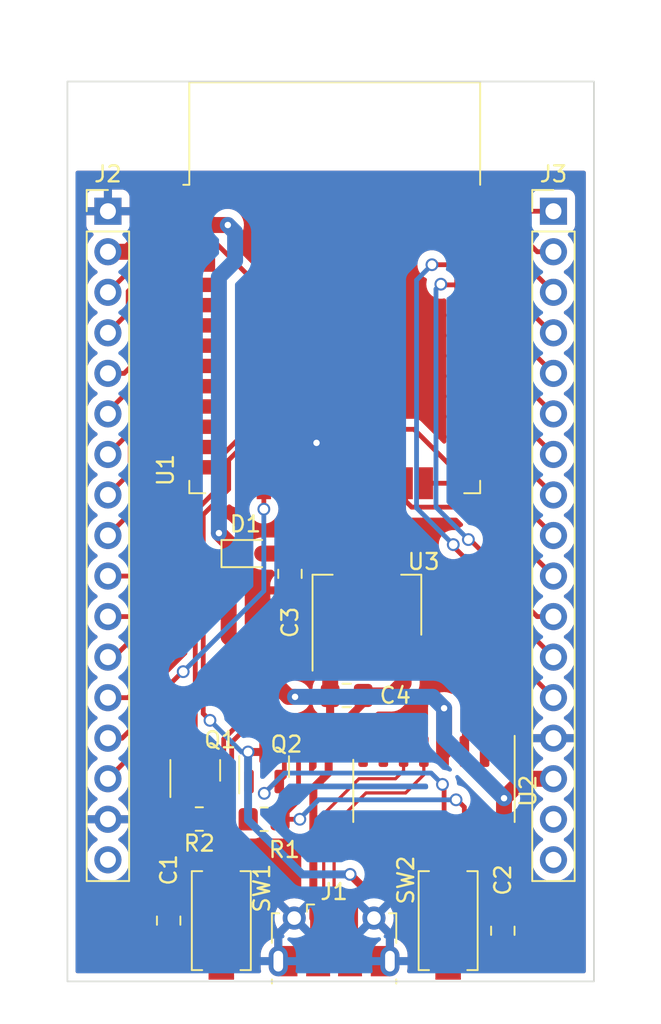
<source format=kicad_pcb>
(kicad_pcb (version 20211014) (generator pcbnew)
  (layers (0 "F.Cu" signal) (31 "B.Cu" signal) (34 "B.Paste" user) (35 "F.Paste" user) (36 "B.SilkS" user "B.Silkscreen") (37 "F.SilkS" user "F.Silkscreen") (38 "B.Mask" user) (39 "F.Mask" user) (44 "Edge.Cuts" user))
  (net 0 "")
  (net 1 "GND")
  (net 2 "/En")
  (net 3 "Net-(C3-Pad1)")
  (net 4 "+5V")
  (net 5 "+3V3")
  (net 6 "Net-(Q1-Pad1)")
  (net 7 "Net-(Q1-Pad2)")
  (net 8 "Net-(Q2-Pad1)")
  (net 9 "/IO0")
  (net 10 "Net-(Q2-Pad2)")
  (net 12 "/RXD")
  (net 13 "/TXD")
  (net 27 "/D-")
  (net 28 "/D+")
  (net 30 "/Vp")
  (net 31 "/Vn")
  (net 32 "/VP")
  (net 33 "/VN")
  (net 34 "/D34")
  (net 35 "/D35")
  (net 36 "/D32")
  (net 37 "/D33")
  (net 38 "/D25")
  (net 39 "/D26")
  (net 40 "/D27")
  (net 41 "/D14")
  (net 42 "/D12")
  (net 43 "/D13")
  (net 44 "/VIN")
  (net 45 "/D23")
  (net 46 "/D22")
  (net 47 "/D21")
  (net 48 "/D19")
  (net 49 "/D18")
  (net 50 "/D5")
  (net 51 "/TX2")
  (net 52 "/RX2")
  (net 53 "/D4")
  (net 54 "/D2")
  (net 55 "/D15")
  (footprint "Capacitor_SMD:C_0805_2012Metric_Pad1.18x1.45mm_HandSolder" (layer "F.Cu") (at 242.556 124.3216 -90)
    (fp_text reference "C3" (at 3.048 0 90) (layer "F.SilkS"))
    (fp_text value "4.7uF")
    (fp_line (start -0.261252 0.735) (end 0.261252 0.735) (layer "F.SilkS") (width 0.12))
    (fp_line (start -0.261252 -0.735) (end 0.261252 -0.735) (layer "F.SilkS") (width 0.12))
    (pad "1" smd roundrect locked (at -1.0375 0 270) (size 1.175 1.45) (layers "F.Cu" "F.Paste" "F.Mask") (roundrect_rratio 0.212766) (net 3 "Net-(C3-Pad1)"))
    (pad "2" smd roundrect locked (at 1.0375 0 270) (size 1.175 1.45) (layers "F.Cu" "F.Paste" "F.Mask") (roundrect_rratio 0.212766) (net 1 "GND"))
  )
  (footprint "Diode_SMD:D_SOD-323" (layer "F.Cu") (at 239.762 123.0516)
    (fp_text reference "D1" (at 0 -1.85) (layer "F.SilkS"))
    (fp_text value "D_Zener_Small")
    (fp_line (start -1.5 0.85) (end 1.05 0.85) (layer "F.SilkS") (width 0.12))
    (fp_line (start -1.5 -0.85) (end 1.05 -0.85) (layer "F.SilkS") (width 0.12))
    (fp_line (start -1.5 -0.85) (end -1.5 0.85) (layer "F.SilkS") (width 0.12))
    (pad "1" smd rect locked (at -1.05 0) (size 0.6 0.45) (layers "F.Cu" "F.Paste" "F.Mask") (net 5 "+3V3"))
    (pad "2" smd rect locked (at 1.05 0) (size 0.6 0.45) (layers "F.Cu" "F.Paste" "F.Mask") (net 3 "Net-(C3-Pad1)"))
  )
  (footprint "Button_Switch_SMD:SW_SPST_EVQPE1" (layer "F.Cu") (at 238.252 146.05 90)
    (fp_text reference "SW1" (at 2.032 2.54 90) (layer "F.SilkS"))
    (fp_text value "SW_SPST")
    (fp_line (start -3.1 1.2) (end -3.1 1.85) (layer "F.SilkS") (width 0.12))
    (fp_line (start -3.1 1.85) (end 3.1 1.85) (layer "F.SilkS") (width 0.12))
    (fp_line (start 3.1 -1.85) (end -3.1 -1.85) (layer "F.SilkS") (width 0.12))
    (fp_line (start 3.1 -1.85) (end 3.1 -1.2) (layer "F.SilkS") (width 0.12))
    (fp_line (start -3.1 -1.85) (end -3.1 -1.2) (layer "F.SilkS") (width 0.12))
    (fp_line (start 3.1 1.85) (end 3.1 1.2) (layer "F.SilkS") (width 0.12))
    (pad "1" smd rect locked (at -2.7 0 90) (size 2 1.6) (layers "F.Cu" "F.Paste" "F.Mask") (net 1 "GND"))
    (pad "2" smd rect locked (at 2.7 0 90) (size 2 1.6) (layers "F.Cu" "F.Paste" "F.Mask") (net 2 "/En"))
  )
  (footprint "Package_TO_SOT_SMD:SOT-23" (layer "F.Cu") (at 240.935 136.398 90)
    (fp_text reference "Q2" (at 1.397 1.397 180) (layer "F.SilkS"))
    (fp_text value "MMBT3904")
    (fp_line (start 0 1.56) (end -0.65 1.56) (layer "F.SilkS") (width 0.12))
    (fp_line (start 0 -1.56) (end 0.65 -1.56) (layer "F.SilkS") (width 0.12))
    (fp_line (start 0 1.56) (end 0.65 1.56) (layer "F.SilkS") (width 0.12))
    (fp_line (start 0 -1.56) (end -1.675 -1.56) (layer "F.SilkS") (width 0.12))
    (pad "1" smd roundrect locked (at -0.9375 -0.95 90) (size 1.475 0.6) (layers "F.Cu" "F.Paste" "F.Mask") (net 8 "Net-(Q2-Pad1)"))
    (pad "2" smd roundrect locked (at -0.9375 0.95 90) (size 1.475 0.6) (layers "F.Cu" "F.Paste" "F.Mask") (net 10 "Net-(Q2-Pad2)"))
    (pad "3" smd roundrect locked (at 0.9375 0 90) (size 1.475 0.6) (layers "F.Cu" "F.Paste" "F.Mask") (net 9 "/IO0"))
  )
  (footprint "Button_Switch_SMD:SW_SPST_EVQPE1" (layer "F.Cu") (at 252.476 146.05 90)
    (fp_text reference "SW2" (at 2.54 -2.65 270) (layer "F.SilkS"))
    (fp_text value "SW_SPST")
    (fp_line (start -3.1 -1.85) (end -3.1 -1.2) (layer "F.SilkS") (width 0.12))
    (fp_line (start -3.1 1.2) (end -3.1 1.85) (layer "F.SilkS") (width 0.12))
    (fp_line (start 3.1 -1.85) (end -3.1 -1.85) (layer "F.SilkS") (width 0.12))
    (fp_line (start 3.1 1.85) (end 3.1 1.2) (layer "F.SilkS") (width 0.12))
    (fp_line (start -3.1 1.85) (end 3.1 1.85) (layer "F.SilkS") (width 0.12))
    (fp_line (start 3.1 -1.85) (end 3.1 -1.2) (layer "F.SilkS") (width 0.12))
    (pad "1" smd rect locked (at -2.7 0 90) (size 2 1.6) (layers "F.Cu" "F.Paste" "F.Mask") (net 1 "GND"))
    (pad "2" smd rect locked (at 2.7 0 90) (size 2 1.6) (layers "F.Cu" "F.Paste" "F.Mask") (net 9 "/IO0"))
  )
  (footprint "Resistor_SMD:R_0805_2012Metric_Pad1.20x1.40mm_HandSolder" (layer "F.Cu") (at 240.935 139.7)
    (fp_text reference "R1" (at 1.27 1.905 180) (layer "F.SilkS"))
    (fp_text value "10k")
    (fp_line (start -0.227064 -0.735) (end 0.227064 -0.735) (layer "F.SilkS") (width 0.12))
    (fp_line (start -0.227064 0.735) (end 0.227064 0.735) (layer "F.SilkS") (width 0.12))
    (pad "1" smd roundrect locked (at -1 0) (size 1.2 1.4) (layers "F.Cu" "F.Paste" "F.Mask") (roundrect_rratio 0.208333) (net 8 "Net-(Q2-Pad1)"))
    (pad "2" smd roundrect locked (at 1 0) (size 1.2 1.4) (layers "F.Cu" "F.Paste" "F.Mask") (roundrect_rratio 0.208333) (net 7 "Net-(Q1-Pad2)"))
  )
  (footprint "Capacitor_SMD:C_0805_2012Metric_Pad1.18x1.45mm_HandSolder" (layer "F.Cu") (at 246.112 131.9416 180)
    (fp_text reference "C4" (at -3.048 0) (layer "F.SilkS"))
    (fp_text value "4.7uF")
    (fp_line (start -0.261252 0.735) (end 0.261252 0.735) (layer "F.SilkS") (width 0.12))
    (fp_line (start -0.261252 -0.735) (end 0.261252 -0.735) (layer "F.SilkS") (width 0.12))
    (pad "1" smd roundrect locked (at -1.0375 0 180) (size 1.175 1.45) (layers "F.Cu" "F.Paste" "F.Mask") (roundrect_rratio 0.212766) (net 4 "+5V"))
    (pad "2" smd roundrect locked (at 1.0375 0 180) (size 1.175 1.45) (layers "F.Cu" "F.Paste" "F.Mask") (roundrect_rratio 0.212766) (net 1 "GND"))
  )
  (footprint "Capacitor_SMD:C_0805_2012Metric_Pad1.18x1.45mm_HandSolder" (layer "F.Cu") (at 255.905 146.685 -90)
    (fp_text reference "C2" (at -3.175 0 90) (layer "F.SilkS"))
    (fp_text value "C_Small")
    (fp_line (start -0.261252 0.735) (end 0.261252 0.735) (layer "F.SilkS") (width 0.12))
    (fp_line (start -0.261252 -0.735) (end 0.261252 -0.735) (layer "F.SilkS") (width 0.12))
    (pad "1" smd roundrect locked (at -1.0375 0 270) (size 1.175 1.45) (layers "F.Cu" "F.Paste" "F.Mask") (roundrect_rratio 0.212766) (net 9 "/IO0"))
    (pad "2" smd roundrect locked (at 1.0375 0 270) (size 1.175 1.45) (layers "F.Cu" "F.Paste" "F.Mask") (roundrect_rratio 0.212766) (net 1 "GND"))
  )
  (footprint "RF_Module:ESP32-WROOM-32" (layer "F.Cu") (at 245.364 109.39)
    (fp_text reference "U1" (at -10.61 8.43 90) (layer "F.SilkS"))
    (fp_text value "ESP32-WROOM-32")
    (fp_line (start 9.12 9.88) (end 8.12 9.88) (layer "F.SilkS") (width 0.12))
    (fp_line (start 9.12 9.1) (end 9.12 9.88) (layer "F.SilkS") (width 0.12))
    (fp_line (start -9.12 9.88) (end -8.12 9.88) (layer "F.SilkS") (width 0.12))
    (fp_line (start 9.12 -15.865) (end 9.12 -9.445) (layer "F.SilkS") (width 0.12))
    (fp_line (start -9.12 -9.445) (end -9.5 -9.445) (layer "F.SilkS") (width 0.12))
    (fp_line (start -9.12 -15.865) (end 9.12 -15.865) (layer "F.SilkS") (width 0.12))
    (fp_line (start -9.12 9.1) (end -9.12 9.88) (layer "F.SilkS") (width 0.12))
    (fp_line (start -9.12 -15.865) (end -9.12 -9.445) (layer "F.SilkS") (width 0.12))
    (pad "1" smd rect locked (at -8.5 -8.255) (size 2 0.9) (layers "F.Cu" "F.Paste" "F.Mask") (net 1 "GND"))
    (pad "2" smd rect locked (at -8.5 -6.985) (size 2 0.9) (layers "F.Cu" "F.Paste" "F.Mask") (net 5 "+3V3"))
    (pad "3" smd rect locked (at -8.5 -5.715) (size 2 0.9) (layers "F.Cu" "F.Paste" "F.Mask") (net 2 "/En"))
    (pad "4" smd rect locked (at -8.5 -4.445) (size 2 0.9) (layers "F.Cu" "F.Paste" "F.Mask") (net 30 "/Vp"))
    (pad "5" smd rect locked (at -8.5 -3.175) (size 2 0.9) (layers "F.Cu" "F.Paste" "F.Mask") (net 31 "/Vn"))
    (pad "6" smd rect locked (at -8.5 -1.905) (size 2 0.9) (layers "F.Cu" "F.Paste" "F.Mask") (net 34 "/D34"))
    (pad "7" smd rect locked (at -8.5 -0.635) (size 2 0.9) (layers "F.Cu" "F.Paste" "F.Mask") (net 35 "/D35"))
    (pad "8" smd rect locked (at -8.5 0.635) (size 2 0.9) (layers "F.Cu" "F.Paste" "F.Mask") (net 36 "/D32"))
    (pad "9" smd rect locked (at -8.5 1.905) (size 2 0.9) (layers "F.Cu" "F.Paste" "F.Mask") (net 37 "/D33"))
    (pad "10" smd rect locked (at -8.5 3.175) (size 2 0.9) (layers "F.Cu" "F.Paste" "F.Mask") (net 38 "/D25"))
    (pad "11" smd rect locked (at -8.5 4.445) (size 2 0.9) (layers "F.Cu" "F.Paste" "F.Mask") (net 39 "/D26"))
    (pad "12" smd rect locked (at -8.5 5.715) (size 2 0.9) (layers "F.Cu" "F.Paste" "F.Mask") (net 40 "/D27"))
    (pad "13" smd rect locked (at -8.5 6.985) (size 2 0.9) (layers "F.Cu" "F.Paste" "F.Mask") (net 41 "/D14"))
    (pad "14" smd rect locked (at -8.5 8.255) (size 2 0.9) (layers "F.Cu" "F.Paste" "F.Mask") (net 42 "/D12"))
    (pad "15" smd rect locked (at -5.715 9.255 90) (size 2 0.9) (layers "F.Cu" "F.Paste" "F.Mask") (net 1 "GND"))
    (pad "16" smd rect locked (at -4.445 9.255 90) (size 2 0.9) (layers "F.Cu" "F.Paste" "F.Mask") (net 43 "/D13"))
    (pad "17" smd rect locked (at -3.175 9.255 90) (size 2 0.9) (layers "F.Cu" "F.Paste" "F.Mask"))
    (pad "18" smd rect locked (at -1.905 9.255 90) (size 2 0.9) (layers "F.Cu" "F.Paste" "F.Mask"))
    (pad "19" smd rect locked (at -0.635 9.255 90) (size 2 0.9) (layers "F.Cu" "F.Paste" "F.Mask"))
    (pad "20" smd rect locked (at 0.635 9.255 90) (size 2 0.9) (layers "F.Cu" "F.Paste" "F.Mask"))
    (pad "21" smd rect locked (at 1.905 9.255 90) (size 2 0.9) (layers "F.Cu" "F.Paste" "F.Mask"))
    (pad "22" smd rect locked (at 3.175 9.255 90) (size 2 0.9) (layers "F.Cu" "F.Paste" "F.Mask"))
    (pad "23" smd rect locked (at 4.445 9.255 90) (size 2 0.9) (layers "F.Cu" "F.Paste" "F.Mask") (net 55 "/D15"))
    (pad "24" smd rect locked (at 5.715 9.255 90) (size 2 0.9) (layers "F.Cu" "F.Paste" "F.Mask") (net 54 "/D2"))
    (pad "25" smd rect locked (at 8.5 8.255) (size 2 0.9) (layers "F.Cu" "F.Paste" "F.Mask") (net 9 "/IO0"))
    (pad "26" smd rect locked (at 8.5 6.985) (size 2 0.9) (layers "F.Cu" "F.Paste" "F.Mask") (net 53 "/D4"))
    (pad "27" smd rect locked (at 8.5 5.715) (size 2 0.9) (layers "F.Cu" "F.Paste" "F.Mask") (net 52 "/RX2"))
    (pad "28" smd rect locked (at 8.5 4.445) (size 2 0.9) (layers "F.Cu" "F.Paste" "F.Mask") (net 51 "/TX2"))
    (pad "29" smd rect locked (at 8.5 3.175) (size 2 0.9) (layers "F.Cu" "F.Paste" "F.Mask") (net 50 "/D5"))
    (pad "30" smd rect locked (at 8.5 1.905) (size 2 0.9) (layers "F.Cu" "F.Paste" "F.Mask") (net 49 "/D18"))
    (pad "31" smd rect locked (at 8.5 0.635) (size 2 0.9) (layers "F.Cu" "F.Paste" "F.Mask") (net 48 "/D19"))
    (pad "32" smd rect locked (at 8.5 -0.635) (size 2 0.9) (layers "F.Cu" "F.Paste" "F.Mask"))
    (pad "33" smd rect locked (at 8.5 -1.905) (size 2 0.9) (layers "F.Cu" "F.Paste" "F.Mask") (net 47 "/D21"))
    (pad "34" smd rect locked (at 8.5 -3.175) (size 2 0.9) (layers "F.Cu" "F.Paste" "F.Mask") (net 12 "/RXD"))
    (pad "35" smd rect locked (at 8.5 -4.445) (size 2 0.9) (layers "F.Cu" "F.Paste" "F.Mask") (net 13 "/TXD"))
    (pad "36" smd rect locked (at 8.5 -5.715) (size 2 0.9) (layers "F.Cu" "F.Paste" "F.Mask") (net 46 "/D22"))
    (pad "37" smd rect locked (at 8.5 -6.985) (size 2 0.9) (layers "F.Cu" "F.Paste" "F.Mask") (net 45 "/D23"))
    (pad "38" smd rect locked (at 8.5 -8.255) (size 2 0.9) (layers "F.Cu" "F.Paste" "F.Mask") (net 1 "GND"))
    (pad "39" smd rect locked (at -1 -0.755) (size 5 5) (layers "F.Cu" "F.Paste" "F.Mask") (net 1 "GND"))
  )
  (footprint "Connector_USB:USB_Micro-B_Molex-105017-0001" (layer "F.Cu") (at 245.324 147.3525)
    (fp_text reference "J1" (at 0 -3.1125) (layer "F.SilkS"))
    (fp_text value "USB_B_Micro")
    (fp_line (start 3.9 -1.7625) (end 3.45 -1.7625) (layer "F.SilkS") (width 0.12))
    (fp_line (start -3.9 0.0875) (end -3.9 -1.7625) (layer "F.SilkS") (width 0.12))
    (fp_line (start -1.7 -2.3125) (end -1.7 -1.8625) (layer "F.SilkS") (width 0.12))
    (fp_line (start 3.9 0.0875) (end 3.9 -1.7625) (layer "F.SilkS") (width 0.12))
    (fp_line (start 3.9 2.6375) (end 3.9 2.3875) (layer "F.SilkS") (width 0.12))
    (fp_line (start -3.9 2.6375) (end -3.9 2.3875) (layer "F.SilkS") (width 0.12))
    (fp_line (start -3.9 -1.7625) (end -3.45 -1.7625) (layer "F.SilkS") (width 0.12))
    (fp_line (start -1.7 -2.3125) (end -1.25 -2.3125) (layer "F.SilkS") (width 0.12))
    (pad "1" smd rect locked (at -1.3 -1.4625) (size 0.4 1.35) (layers "F.Cu" "F.Paste" "F.Mask") (net 4 "+5V"))
    (pad "2" smd rect locked (at -0.65 -1.4625) (size 0.4 1.35) (layers "F.Cu" "F.Paste" "F.Mask") (net 27 "/D-"))
    (pad "3" smd rect locked (at 0 -1.4625) (size 0.4 1.35) (layers "F.Cu" "F.Paste" "F.Mask") (net 28 "/D+"))
    (pad "4" smd rect locked (at 0.65 -1.4625) (size 0.4 1.35) (layers "F.Cu" "F.Paste" "F.Mask"))
    (pad "5" smd rect locked (at 1.3 -1.4625) (size 0.4 1.35) (layers "F.Cu" "F.Paste" "F.Mask") (net 1 "GND"))
    (pad "6" thru_hole circle locked (at 2.5 -1.4625) (size 1.45 1.45) (drill 0.85) (layers *.Cu *.Mask) (net 1 "GND"))
    (pad "6" smd rect locked (at -1 1.2375) (size 1.5 1.9) (layers "F.Cu" "F.Paste" "F.Mask") (net 1 "GND"))
    (pad "6" thru_hole circle locked (at -2.5 -1.4625) (size 1.45 1.45) (drill 0.85) (layers *.Cu *.Mask) (net 1 "GND"))
    (pad "6" thru_hole oval locked (at -3.5 1.2375 180) (size 1.2 1.9) (drill oval 0.6 1.3) (layers *.Cu *.Mask) (net 1 "GND"))
    (pad "6" smd rect locked (at 2.9 1.2375) (size 1.2 1.9) (layers "F.Cu" "F.Mask") (net 1 "GND"))
    (pad "6" thru_hole oval locked (at 3.5 1.2375) (size 1.2 1.9) (drill oval 0.6 1.3) (layers *.Cu *.Mask) (net 1 "GND"))
    (pad "6" smd rect locked (at -2.9 1.2375) (size 1.2 1.9) (layers "F.Cu" "F.Mask") (net 1 "GND"))
    (pad "6" smd rect locked (at 1 1.2375) (size 1.5 1.9) (layers "F.Cu" "F.Paste" "F.Mask") (net 1 "GND"))
  )
  (footprint "Package_SO:SOIC-16_3.9x9.9mm_P1.27mm" (layer "F.Cu") (at 251.587 137.922 -90)
    (fp_text reference "U2" (at 0 -5.9 90) (layer "F.SilkS"))
    (fp_text value "CH340G")
    (fp_line (start 0 -5.06) (end -3.45 -5.06) (layer "F.SilkS") (width 0.12))
    (fp_line (start 0 5.06) (end -1.95 5.06) (layer "F.SilkS") (width 0.12))
    (fp_line (start 0 5.06) (end 1.95 5.06) (layer "F.SilkS") (width 0.12))
    (fp_line (start 0 -5.06) (end 1.95 -5.06) (layer "F.SilkS") (width 0.12))
    (pad "1" smd roundrect locked (at -2.475 -4.445 270) (size 1.95 0.6) (layers "F.Cu" "F.Paste" "F.Mask") (net 1 "GND"))
    (pad "2" smd roundrect locked (at -2.475 -3.175 270) (size 1.95 0.6) (layers "F.Cu" "F.Paste" "F.Mask") (net 12 "/RXD"))
    (pad "3" smd roundrect locked (at -2.475 -1.905 270) (size 1.95 0.6) (layers "F.Cu" "F.Paste" "F.Mask") (net 13 "/TXD"))
    (pad "4" smd roundrect locked (at -2.475 -0.635 270) (size 1.95 0.6) (layers "F.Cu" "F.Paste" "F.Mask") (net 5 "+3V3"))
    (pad "5" smd roundrect locked (at -2.475 0.635 270) (size 1.95 0.6) (layers "F.Cu" "F.Paste" "F.Mask") (net 28 "/D+"))
    (pad "6" smd roundrect locked (at -2.475 1.905 270) (size 1.95 0.6) (layers "F.Cu" "F.Paste" "F.Mask") (net 27 "/D-"))
    (pad "7" smd roundrect locked (at -2.475 3.175 270) (size 1.95 0.6) (layers "F.Cu" "F.Paste" "F.Mask"))
    (pad "8" smd roundrect locked (at -2.475 4.445 270) (size 1.95 0.6) (layers "F.Cu" "F.Paste" "F.Mask"))
    (pad "9" smd roundrect locked (at 2.475 4.445 270) (size 1.95 0.6) (layers "F.Cu" "F.Paste" "F.Mask"))
    (pad "10" smd roundrect locked (at 2.475 3.175 270) (size 1.95 0.6) (layers "F.Cu" "F.Paste" "F.Mask"))
    (pad "11" smd roundrect locked (at 2.475 1.905 270) (size 1.95 0.6) (layers "F.Cu" "F.Paste" "F.Mask"))
    (pad "12" smd roundrect locked (at 2.475 0.635 270) (size 1.95 0.6) (layers "F.Cu" "F.Paste" "F.Mask"))
    (pad "13" smd roundrect locked (at 2.475 -0.635 270) (size 1.95 0.6) (layers "F.Cu" "F.Paste" "F.Mask") (net 10 "Net-(Q2-Pad2)"))
    (pad "14" smd roundrect locked (at 2.475 -1.905 270) (size 1.95 0.6) (layers "F.Cu" "F.Paste" "F.Mask") (net 7 "Net-(Q1-Pad2)"))
    (pad "15" smd roundrect locked (at 2.475 -3.175 270) (size 1.95 0.6) (layers "F.Cu" "F.Paste" "F.Mask"))
    (pad "16" smd roundrect locked (at 2.475 -4.445 270) (size 1.95 0.6) (layers "F.Cu" "F.Paste" "F.Mask") (net 5 "+3V3"))
  )
  (footprint "Capacitor_SMD:C_0805_2012Metric_Pad1.18x1.45mm_HandSolder" (layer "F.Cu") (at 234.95 146.05 -90)
    (fp_text reference "C1" (at -3.175 0 90) (layer "F.SilkS"))
    (fp_text value "C_Small")
    (fp_line (start -0.261252 -0.735) (end 0.261252 -0.735) (layer "F.SilkS") (width 0.12))
    (fp_line (start -0.261252 0.735) (end 0.261252 0.735) (layer "F.SilkS") (width 0.12))
    (pad "1" smd roundrect locked (at -1.0375 0 270) (size 1.175 1.45) (layers "F.Cu" "F.Paste" "F.Mask") (roundrect_rratio 0.212766) (net 2 "/En"))
    (pad "2" smd roundrect locked (at 1.0375 0 270) (size 1.175 1.45) (layers "F.Cu" "F.Paste" "F.Mask") (roundrect_rratio 0.212766) (net 1 "GND"))
  )
  (footprint "Resistor_SMD:R_0805_2012Metric_Pad1.20x1.40mm_HandSolder" (layer "F.Cu") (at 236.871 139.684)
    (fp_text reference "R2" (at 0 1.524) (layer "F.SilkS"))
    (fp_text value "10k")
    (fp_line (start -0.227064 -0.735) (end 0.227064 -0.735) (layer "F.SilkS") (width 0.12))
    (fp_line (start -0.227064 0.735) (end 0.227064 0.735) (layer "F.SilkS") (width 0.12))
    (pad "1" smd roundrect locked (at -1 0) (size 1.2 1.4) (layers "F.Cu" "F.Paste" "F.Mask") (roundrect_rratio 0.208333) (net 6 "Net-(Q1-Pad1)"))
    (pad "2" smd roundrect locked (at 1 0) (size 1.2 1.4) (layers "F.Cu" "F.Paste" "F.Mask") (roundrect_rratio 0.208333) (net 10 "Net-(Q2-Pad2)"))
  )
  (footprint "Package_TO_SOT_SMD:SOT-23" (layer "F.Cu") (at 236.617 136.636 90)
    (fp_text reference "Q1" (at 1.905 1.56) (layer "F.SilkS"))
    (fp_text value "MMBT3904")
    (fp_line (start 0 1.56) (end 0.65 1.56) (layer "F.SilkS") (width 0.12))
    (fp_line (start 0 1.56) (end -0.65 1.56) (layer "F.SilkS") (width 0.12))
    (fp_line (start 0 -1.56) (end 0.65 -1.56) (layer "F.SilkS") (width 0.12))
    (fp_line (start 0 -1.56) (end -1.675 -1.56) (layer "F.SilkS") (width 0.12))
    (pad "1" smd roundrect locked (at -0.9375 -0.95 90) (size 1.475 0.6) (layers "F.Cu" "F.Paste" "F.Mask") (net 6 "Net-(Q1-Pad1)"))
    (pad "2" smd roundrect locked (at -0.9375 0.95 90) (size 1.475 0.6) (layers "F.Cu" "F.Paste" "F.Mask") (net 7 "Net-(Q1-Pad2)"))
    (pad "3" smd roundrect locked (at 0.9375 0 90) (size 1.475 0.6) (layers "F.Cu" "F.Paste" "F.Mask") (net 2 "/En"))
  )
  (footprint "Connector_PinHeader_2.54mm:PinHeader_1x17_P2.54mm_Vertical" (layer "F.Cu") (at 259.08 101.6)
    (fp_text reference "J3" (at 0 -2.33) (layer "F.SilkS"))
    (fp_text value "Conn_01x17_Male")
    (fp_line (start -1.33 -1.33) (end 0 -1.33) (layer "F.SilkS") (width 0.12))
    (fp_line (start 1.33 1.27) (end 1.33 41.97) (layer "F.SilkS") (width 0.12))
    (fp_line (start -1.33 0) (end -1.33 -1.33) (layer "F.SilkS") (width 0.12))
    (fp_line (start -1.33 41.97) (end 1.33 41.97) (layer "F.SilkS") (width 0.12))
    (fp_line (start -1.33 1.27) (end -1.33 41.97) (layer "F.SilkS") (width 0.12))
    (fp_line (start -1.33 1.27) (end 1.33 1.27) (layer "F.SilkS") (width 0.12))
    (pad "1" thru_hole rect locked (at 0 0) (size 1.7 1.7) (drill 1) (layers *.Cu *.Mask) (net 45 "/D23"))
    (pad "2" thru_hole oval locked (at 0 2.54) (size 1.7 1.7) (drill 1) (layers *.Cu *.Mask) (net 46 "/D22"))
    (pad "3" thru_hole oval locked (at 0 5.08) (size 1.7 1.7) (drill 1) (layers *.Cu *.Mask) (net 13 "/TXD"))
    (pad "4" thru_hole oval locked (at 0 7.62) (size 1.7 1.7) (drill 1) (layers *.Cu *.Mask) (net 12 "/RXD"))
    (pad "5" thru_hole oval locked (at 0 10.16) (size 1.7 1.7) (drill 1) (layers *.Cu *.Mask) (net 47 "/D21"))
    (pad "6" thru_hole oval locked (at 0 12.7) (size 1.7 1.7) (drill 1) (layers *.Cu *.Mask) (net 48 "/D19"))
    (pad "7" thru_hole oval locked (at 0 15.24) (size 1.7 1.7) (drill 1) (layers *.Cu *.Mask) (net 49 "/D18"))
    (pad "8" thru_hole oval locked (at 0 17.78) (size 1.7 1.7) (drill 1) (layers *.Cu *.Mask) (net 50 "/D5"))
    (pad "9" thru_hole oval locked (at 0 20.32) (size 1.7 1.7) (drill 1) (layers *.Cu *.Mask) (net 51 "/TX2"))
    (pad "10" thru_hole oval locked (at 0 22.86) (size 1.7 1.7) (drill 1) (layers *.Cu *.Mask) (net 52 "/RX2"))
    (pad "11" thru_hole oval locked (at 0 25.4) (size 1.7 1.7) (drill 1) (layers *.Cu *.Mask) (net 53 "/D4"))
    (pad "12" thru_hole oval locked (at 0 27.94) (size 1.7 1.7) (drill 1) (layers *.Cu *.Mask) (net 54 "/D2"))
    (pad "13" thru_hole oval locked (at 0 30.48) (size 1.7 1.7) (drill 1) (layers *.Cu *.Mask) (net 55 "/D15"))
    (pad "14" thru_hole oval locked (at 0 33.02) (size 1.7 1.7) (drill 1) (layers *.Cu *.Mask) (net 1 "GND"))
    (pad "15" thru_hole oval locked (at 0 35.56) (size 1.7 1.7) (drill 1) (layers *.Cu *.Mask) (net 5 "+3V3"))
    (pad "16" thru_hole oval locked (at 0 38.1) (size 1.7 1.7) (drill 1) (layers *.Cu *.Mask) (net 34 "/D34"))
    (pad "17" thru_hole oval locked (at 0 40.64) (size 1.7 1.7) (drill 1) (layers *.Cu *.Mask) (net 34 "/D34"))
  )
  (footprint "Package_TO_SOT_SMD:SOT-223-3_TabPin2" (layer "F.Cu") (at 247.382 126.2856 90)
    (fp_text reference "U3" (at 2.726 3.556) (layer "F.SilkS"))
    (fp_text value "AMS1117")
    (fp_line (start -1.85 3.41) (end 1.91 3.41) (layer "F.SilkS") (width 0.12))
    (fp_line (start 1.91 -3.41) (end 1.91 -2.15) (layer "F.SilkS") (width 0.12))
    (fp_line (start -4.1 -3.41) (end 1.91 -3.41) (layer "F.SilkS") (width 0.12))
    (fp_line (start 1.91 3.41) (end 1.91 2.15) (layer "F.SilkS") (width 0.12))
    (pad "1" smd rect locked (at -3.15 -2.3 90) (size 2 1.5) (layers "F.Cu" "F.Paste" "F.Mask") (net 1 "GND"))
    (pad "2" smd rect locked (at 3.15 0 90) (size 2 3.8) (layers "F.Cu" "F.Paste" "F.Mask") (net 3 "Net-(C3-Pad1)"))
    (pad "2" smd rect locked (at -3.15 0 90) (size 2 1.5) (layers "F.Cu" "F.Paste" "F.Mask") (net 3 "Net-(C3-Pad1)"))
    (pad "3" smd rect locked (at -3.15 2.3 90) (size 2 1.5) (layers "F.Cu" "F.Paste" "F.Mask") (net 4 "+5V"))
  )
  (footprint "Connector_PinHeader_2.54mm:PinHeader_1x17_P2.54mm_Vertical" (layer "F.Cu") (at 231.14 101.6)
    (fp_text reference "J2" (at 0 -2.33) (layer "F.SilkS"))
    (fp_text value "Conn_01x17_Male")
    (fp_line (start -1.33 0) (end -1.33 -1.33) (layer "F.SilkS") (width 0.12))
    (fp_line (start -1.33 1.27) (end 1.33 1.27) (layer "F.SilkS") (width 0.12))
    (fp_line (start -1.33 41.97) (end 1.33 41.97) (layer "F.SilkS") (width 0.12))
    (fp_line (start 1.33 1.27) (end 1.33 41.97) (layer "F.SilkS") (width 0.12))
    (fp_line (start -1.33 -1.33) (end 0 -1.33) (layer "F.SilkS") (width 0.12))
    (fp_line (start -1.33 1.27) (end -1.33 41.97) (layer "F.SilkS") (width 0.12))
    (pad "1" thru_hole rect locked (at 0 0) (size 1.7 1.7) (drill 1) (layers *.Cu *.Mask) (net 1 "GND"))
    (pad "2" thru_hole oval locked (at 0 2.54) (size 1.7 1.7) (drill 1) (layers *.Cu *.Mask) (net 5 "+3V3"))
    (pad "3" thru_hole oval locked (at 0 5.08) (size 1.7 1.7) (drill 1) (layers *.Cu *.Mask) (net 2 "/En"))
    (pad "4" thru_hole oval locked (at 0 7.62) (size 1.7 1.7) (drill 1) (layers *.Cu *.Mask) (net 32 "/VP"))
    (pad "5" thru_hole oval locked (at 0 10.16) (size 1.7 1.7) (drill 1) (layers *.Cu *.Mask) (net 33 "/VN"))
    (pad "6" thru_hole oval locked (at 0 12.7) (size 1.7 1.7) (drill 1) (layers *.Cu *.Mask) (net 34 "/D34"))
    (pad "7" thru_hole oval locked (at 0 15.24) (size 1.7 1.7) (drill 1) (layers *.Cu *.Mask) (net 35 "/D35"))
    (pad "8" thru_hole oval locked (at 0 17.78) (size 1.7 1.7) (drill 1) (layers *.Cu *.Mask) (net 36 "/D32"))
    (pad "9" thru_hole oval locked (at 0 20.32) (size 1.7 1.7) (drill 1) (layers *.Cu *.Mask) (net 37 "/D33"))
    (pad "10" thru_hole oval locked (at 0 22.86) (size 1.7 1.7) (drill 1) (layers *.Cu *.Mask) (net 38 "/D25"))
    (pad "11" thru_hole oval locked (at 0 25.4) (size 1.7 1.7) (drill 1) (layers *.Cu *.Mask) (net 39 "/D26"))
    (pad "12" thru_hole oval locked (at 0 27.94) (size 1.7 1.7) (drill 1) (layers *.Cu *.Mask) (net 40 "/D27"))
    (pad "13" thru_hole oval locked (at 0 30.48) (size 1.7 1.7) (drill 1) (layers *.Cu *.Mask) (net 41 "/D14"))
    (pad "14" thru_hole oval locked (at 0 33.02) (size 1.7 1.7) (drill 1) (layers *.Cu *.Mask) (net 42 "/D12"))
    (pad "15" thru_hole oval locked (at 0 35.56) (size 1.7 1.7) (drill 1) (layers *.Cu *.Mask) (net 43 "/D13"))
    (pad "16" thru_hole oval locked (at 0 38.1) (size 1.7 1.7) (drill 1) (layers *.Cu *.Mask) (net 1 "GND"))
    (pad "17" thru_hole oval locked (at 0 40.64) (size 1.7 1.7) (drill 1) (layers *.Cu *.Mask) (net 44 "/VIN"))
  )
  (gr_rect (start 228.6 93.472) (end 261.62 149.86) (layer "Edge.Cuts") (width 0.1) (fill none))
  (segment (start 244.368 129.4356) (end 245.082 129.4356) (width 1) (layer "F.Cu") (net 1))
  (segment (start 254.8775 148.75) (end 255.905 147.7225) (width 0.5) (layer "F.Cu") (net 1))
  (segment (start 234.95 147.0875) (end 234.95 147.7772) (width 0.5) (layer "F.Cu") (net 1))
  (segment (start 242.556 127.6236) (end 244.368 129.4356) (width 1) (layer "F.Cu") (net 1))
  (segment (start 245.082 131.9341) (end 245.0745 131.9416) (width 1) (layer "F.Cu") (net 1))
  (segment (start 239.649 117.475) (end 239.776 117.348) (width 1) (layer "F.Cu") (net 1))
  (segment (start 252.476 148.75) (end 254.8775 148.75) (width 0.5) (layer "F.Cu") (net 1))
  (segment (start 239.776 117.348) (end 241.00928 116.11472) (width 1) (layer "F.Cu") (net 1))
  (segment (start 242.556 125.3591) (end 242.556 127.6236) (width 1) (layer "F.Cu") (net 1))
  (segment (start 235.9228 148.75) (end 238.252 148.75) (width 0.5) (layer "F.Cu") (net 1))
  (segment (start 239.649 118.645) (end 239.649 117.475) (width 1) (layer "F.Cu") (net 1))
  (segment (start 234.95 147.7772) (end 235.9228 148.75) (width 0.5) (layer "F.Cu") (net 1))
  (segment (start 245.082 129.4356) (end 245.082 131.9341) (width 1) (layer "F.Cu") (net 1))
  (segment (start 241.00928 116.11472) (end 244.221 116.11472) (width 1) (layer "F.Cu") (net 1))
  (via (at 244.221 116.11472) (size 0.8) (drill 0.4) (layers "F.Cu" "B.Cu") (net 1))
  (segment (start 234.145 103.675) (end 236.864 103.675) (width 0.3) (layer "F.Cu") (net 2))
  (segment (start 236.3724 143.256) (end 236.4664 143.35) (width 0.5) (layer "F.Cu") (net 2))
  (segment (start 234.95 145.0125) (end 234.95 144.6784) (width 0.5) (layer "F.Cu") (net 2))
  (segment (start 240.284 114.914373) (end 238.213511 116.984862) (width 0.3) (layer "F.Cu") (net 2))
  (segment (start 238.213511 116.984862) (end 238.213511 118.808889) (width 0.3) (layer "F.Cu") (net 2))
  (segment (start 236.617 120.4054) (end 236.617 135.6985) (width 0.3) (layer "F.Cu") (net 2))
  (segment (start 231.14 106.68) (end 234.145 103.675) (width 0.3) (layer "F.Cu") (net 2))
  (segment (start 234.5436 136.652) (end 234.5436 144.6061) (width 0.5) (layer "F.Cu") (net 2))
  (segment (start 236.4664 143.35) (end 238.252 143.35) (width 0.5) (layer "F.Cu") (net 2))
  (segment (start 238.213511 118.808889) (end 236.617 120.4054) (width 0.3) (layer "F.Cu") (net 2))
  (segment (start 236.864 103.675) (end 237.9902 103.675) (width 0.3) (layer "F.Cu") (net 2))
  (segment (start 234.5436 144.6061) (end 234.95 145.0125) (width 0.5) (layer "F.Cu") (net 2))
  (segment (start 234.95 144.6784) (end 236.3724 143.256) (width 0.5) (layer "F.Cu") (net 2))
  (segment (start 240.284 105.9688) (end 240.284 114.914373) (width 0.3) (layer "F.Cu") (net 2))
  (segment (start 236.617 135.6985) (end 235.4971 135.6985) (width 0.5) (layer "F.Cu") (net 2))
  (segment (start 235.4971 135.6985) (end 234.5436 136.652) (width 0.5) (layer "F.Cu") (net 2))
  (segment (start 237.9902 103.675) (end 240.284 105.9688) (width 0.3) (layer "F.Cu") (net 2))
  (segment (start 247.382 123.1356) (end 242.7045 123.1356) (width 1.5) (layer "F.Cu") (net 3))
  (segment (start 240.812 123.0516) (end 242.3235 123.0516) (width 1) (layer "F.Cu") (net 3))
  (segment (start 242.3235 123.0516) (end 242.556 123.2841) (width 1) (layer "F.Cu") (net 3))
  (segment (start 247.382 129.4356) (end 247.382 123.1356) (width 1.5) (layer "F.Cu") (net 3))
  (segment (start 242.7045 123.1356) (end 242.556 123.2841) (width 1.5) (layer "F.Cu") (net 3))
  (segment (start 244.024 137.738) (end 244.983 136.779) (width 0.5) (layer "F.Cu") (net 4))
  (segment (start 249.682 131.1656) (end 248.906 131.9416) (width 1) (layer "F.Cu") (net 4))
  (segment (start 247.262 132.0541) (end 247.1495 131.9416) (width 0.5) (layer "F.Cu") (net 4))
  (segment (start 247.1495 132.4281) (end 247.1495 131.9416) (width 0.5) (layer "F.Cu") (net 4))
  (segment (start 244.983 134.5946) (end 247.1495 132.4281) (width 0.5) (layer "F.Cu") (net 4))
  (segment (start 249.682 129.4356) (end 249.682 131.1656) (width 1) (layer "F.Cu") (net 4))
  (segment (start 244.024 145.89) (end 244.024 137.738) (width 0.5) (layer "F.Cu") (net 4))
  (segment (start 244.983 136.779) (end 244.983 134.5946) (width 0.5) (layer "F.Cu") (net 4))
  (segment (start 248.906 131.9416) (end 247.1495 131.9416) (width 1) (layer "F.Cu") (net 4))
  (segment (start 255.9812 138.3792) (end 255.9812 140.3462) (width 1) (layer "F.Cu") (net 5))
  (segment (start 238.712 122.38) (end 238.0996 121.7676) (width 1) (layer "F.Cu") (net 5))
  (segment (start 232.41 104.14) (end 234.145 102.405) (width 1) (layer "F.Cu") (net 5))
  (segment (start 234.145 102.405) (end 236.864 102.405) (width 1) (layer "F.Cu") (net 5))
  (segment (start 238.712 128.2728) (end 238.712 123.0516) (width 1) (layer "F.Cu") (net 5))
  (segment (start 252.222 132.7404) (end 252.222 135.447) (width 1) (layer "F.Cu") (net 5))
  (segment (start 231.14 104.14) (end 232.41 104.14) (width 1) (layer "F.Cu") (net 5))
  (segment (start 236.9226 102.4636) (end 236.864 102.405) (width 1) (layer "F.Cu") (net 5))
  (segment (start 255.9812 140.3462) (end 256.032 140.397) (width 1) (layer "F.Cu") (net 5))
  (segment (start 242.8748 132.0292) (end 242.4684 132.0292) (width 1) (layer "F.Cu") (net 5))
  (segment (start 257.2004 137.16) (end 255.9812 138.3792) (width 1) (layer "F.Cu") (net 5))
  (segment (start 238.712 123.0516) (end 238.712 122.38) (width 1) (layer "F.Cu") (net 5))
  (segment (start 259.08 137.16) (end 257.2004 137.16) (width 1) (layer "F.Cu") (net 5))
  (segment (start 238.6584 102.4636) (end 236.9226 102.4636) (width 1) (layer "F.Cu") (net 5))
  (segment (start 242.4684 132.0292) (end 238.712 128.2728) (width 1) (layer "F.Cu") (net 5))
  (via (at 242.8748 132.0292) (size 0.8) (drill 0.4) (layers "F.Cu" "B.Cu") (net 5))
  (via (at 255.9812 138.3792) (size 0.8) (drill 0.4) (layers "F.Cu" "B.Cu") (net 5))
  (via (at 238.6584 102.4636) (size 0.8) (drill 0.4) (layers "F.Cu" "B.Cu") (net 5))
  (via (at 252.222 132.7404) (size 0.8) (drill 0.4) (layers "F.Cu" "B.Cu") (net 5))
  (via (at 238.0996 121.7676) (size 0.8) (drill 0.4) (layers "F.Cu" "B.Cu") (net 5))
  (segment (start 242.8748 132.0292) (end 251.5108 132.0292) (width 1) (layer "B.Cu") (net 5))
  (segment (start 251.5108 132.0292) (end 252.222 132.7404) (width 1) (layer "B.Cu") (net 5))
  (segment (start 238.0996 121.7676) (end 238.0996 105.7148) (width 1) (layer "B.Cu") (net 5))
  (segment (start 252.222 134.62) (end 255.9812 138.3792) (width 1) (layer "B.Cu") (net 5))
  (segment (start 239.1156 102.9208) (end 238.6584 102.4636) (width 1) (layer "B.Cu") (net 5))
  (segment (start 252.222 132.7404) (end 252.222 134.62) (width 1) (layer "B.Cu") (net 5))
  (segment (start 239.1156 104.6988) (end 239.1156 102.9208) (width 1) (layer "B.Cu") (net 5))
  (segment (start 238.0996 105.7148) (end 239.1156 104.6988) (width 1) (layer "B.Cu") (net 5))
  (segment (start 235.667 137.5735) (end 235.667 139.48) (width 0.3) (layer "F.Cu") (net 6))
  (segment (start 235.667 139.48) (end 235.871 139.684) (width 0.3) (layer "F.Cu") (net 6))
  (segment (start 241.935 139.7) (end 243.1745 139.7) (width 0.3) (layer "F.Cu") (net 7))
  (segment (start 243.094 134.239) (end 243.094 138.541) (width 0.3) (layer "F.Cu") (net 7))
  (segment (start 243.094 138.541) (end 241.935 139.7) (width 0.3) (layer "F.Cu") (net 7))
  (segment (start 242.34048 133.48548) (end 243.094 134.239) (width 0.3) (layer "F.Cu") (net 7))
  (segment (start 253.492 138.938) (end 253.492 140.397) (width 0.3) (layer "F.Cu") (net 7))
  (segment (start 238.40348 136.73702) (end 238.403481 134.667091) (width 0.3) (layer "F.Cu") (net 7))
  (segment (start 238.403481 134.667091) (end 239.585093 133.48548) (width 0.3) (layer "F.Cu") (net 7))
  (segment (start 252.9715 138.4808) (end 253.0348 138.4808) (width 0.3) (layer "F.Cu") (net 7))
  (segment (start 237.567 137.5735) (end 238.40348 136.73702) (width 0.3) (layer "F.Cu") (net 7))
  (segment (start 253.0348 138.4808) (end 253.492 138.938) (width 0.3) (layer "F.Cu") (net 7))
  (segment (start 239.585093 133.48548) (end 242.34048 133.48548) (width 0.3) (layer "F.Cu") (net 7))
  (via (at 243.1745 139.7) (size 0.8) (drill 0.55) (layers "F.Cu" "B.Cu") (net 7))
  (via (at 252.9715 138.4808) (size 0.8) (drill 0.55) (layers "F.Cu" "B.Cu") (net 7))
  (segment (start 243.9924 138.8364) (end 244.348 138.4808) (width 0.3) (layer "B.Cu") (net 7))
  (segment (start 243.1745 139.6543) (end 243.9924 138.8364) (width 0.3) (layer "B.Cu") (net 7))
  (segment (start 244.348 138.4808) (end 252.9715 138.4808) (width 0.3) (layer "B.Cu") (net 7))
  (segment (start 243.1745 139.7) (end 243.1745 139.6543) (width 0.3) (layer "B.Cu") (net 7))
  (segment (start 239.935 139.7) (end 239.935 137.3855) (width 0.3) (layer "F.Cu") (net 8))
  (segment (start 239.935 137.3855) (end 239.985 137.3355) (width 0.3) (layer "F.Cu") (net 8))
  (segment (start 254.9576 143.35) (end 255.905 144.2974) (width 0.5) (layer "F.Cu") (net 9))
  (segment (start 253.864 117.645) (end 252.7222 117.645) (width 0.3) (layer "F.Cu") (net 9))
  (segment (start 252.476 143.35) (end 251.2644 143.35) (width 0.5) (layer "F.Cu") (net 9))
  (segment (start 239.9284 135.4836) (end 240.9119 135.4836) (width 0.5) (layer "F.Cu") (net 9))
  (segment (start 238.713031 117.191769) (end 238.713031 119.015797) (width 0.3) (layer "F.Cu") (net 9))
  (segment (start 255.905 144.2974) (end 255.905 145.6475) (width 0.5) (layer "F.Cu") (net 9))
  (segment (start 237.11652 133.07812) (end 237.5408 133.5024) (width 0.3) (layer "F.Cu") (net 9))
  (segment (start 252.476 143.35) (end 254.9576 143.35) (width 0.5) (layer "F.Cu") (net 9))
  (segment (start 252.7222 117.645) (end 250.3424 115.2652) (width 0.3) (layer "F.Cu") (net 9))
  (segment (start 238.713031 119.015797) (end 237.11652 120.612308) (width 0.3) (layer "F.Cu") (net 9))
  (segment (start 237.11652 120.612308) (end 237.11652 133.07812) (width 0.3) (layer "F.Cu") (net 9))
  (segment (start 250.3424 115.2652) (end 240.6396 115.2652) (width 0.3) (layer "F.Cu") (net 9))
  (segment (start 240.6396 115.2652) (end 238.713031 117.191769) (width 0.3) (layer "F.Cu") (net 9))
  (segment (start 240.9119 135.4836) (end 240.935 135.4605) (width 0.5) (layer "F.Cu") (net 9))
  (segment (start 250.3932 144.2212) (end 247.396 144.2212) (width 0.5) (layer "F.Cu") (net 9))
  (segment (start 247.396 144.2212) (end 246.3292 143.1544) (width 0.5) (layer "F.Cu") (net 9))
  (segment (start 251.2644 143.35) (end 250.3932 144.2212) (width 0.5) (layer "F.Cu") (net 9))
  (via (at 239.9284 135.4836) (size 0.8) (drill 0.55) (layers "F.Cu" "B.Cu") (net 9))
  (via (at 246.3292 143.1544) (size 0.8) (drill 0.55) (layers "F.Cu" "B.Cu") (net 9))
  (via (at 237.5408 133.5024) (size 0.8) (drill 0.55) (layers "F.Cu" "B.Cu") (net 9))
  (segment (start 239.9284 139.7508) (end 239.9284 135.4836) (width 0.5) (layer "B.Cu") (net 9))
  (segment (start 246.3292 143.1544) (end 243.332 143.1544) (width 0.5) (layer "B.Cu") (net 9))
  (segment (start 243.332 143.1544) (end 239.9284 139.7508) (width 0.5) (layer "B.Cu") (net 9))
  (segment (start 239.522 135.4836) (end 239.9284 135.4836) (width 0.3) (layer "B.Cu") (net 9))
  (segment (start 237.5408 133.5024) (end 239.522 135.4836) (width 0.3) (layer "B.Cu") (net 9))
  (segment (start 242.205 134.493) (end 242.205 137.0155) (width 0.3) (layer "F.Cu") (net 10))
  (segment (start 241.6833 137.3355) (end 240.9444 138.0744) (width 0.3) (layer "F.Cu") (net 10))
  (segment (start 239.792 133.985) (end 241.697 133.985) (width 0.3) (layer "F.Cu") (net 10))
  (segment (start 241.885 137.3355) (end 241.6833 137.3355) (width 0.3) (layer "F.Cu") (net 10))
  (segment (start 252.222 137.6172) (end 252.222 140.397) (width 0.3) (layer "F.Cu") (net 10))
  (segment (start 252.1204 137.5156) (end 252.222 137.6172) (width 0.3) (layer "F.Cu") (net 10))
  (segment (start 237.887 139.7) (end 237.871 139.684) (width 0.3) (layer "F.Cu") (net 10))
  (segment (start 242.205 137.0155) (end 241.885 137.3355) (width 0.3) (layer "F.Cu") (net 10))
  (segment (start 241.697 133.985) (end 242.205 134.493) (width 0.3) (layer "F.Cu") (net 10))
  (segment (start 238.903 134.874) (end 239.792 133.985) (width 0.3) (layer "F.Cu") (net 10))
  (segment (start 237.871 139.684) (end 237.871 139.589) (width 0.3) (layer "F.Cu") (net 10))
  (segment (start 237.871 139.589) (end 238.903 138.557) (width 0.3) (layer "F.Cu") (net 10))
  (segment (start 238.903 138.557) (end 238.903 134.874) (width 0.3) (layer "F.Cu") (net 10))
  (via (at 252.1204 137.5156) (size 0.8) (drill 0.55) (layers "F.Cu" "B.Cu") (net 10))
  (via (at 240.9444 138.0744) (size 0.8) (drill 0.55) (layers "F.Cu" "B.Cu") (net 10))
  (segment (start 251.4092 136.8044) (end 242.2144 136.8044) (width 0.3) (layer "B.Cu") (net 10))
  (segment (start 242.2144 136.8044) (end 240.9444 138.0744) (width 0.3) (layer "B.Cu") (net 10))
  (segment (start 252.1204 137.5156) (end 251.4092 136.8044) (width 0.3) (layer "B.Cu") (net 10))
  (segment (start 258.953 109.22) (end 259.08 109.22) (width 0.3) (layer "F.Cu") (net 12))
  (segment (start 253.864 106.215) (end 255.948 106.215) (width 0.3) (layer "F.Cu") (net 12))
  (segment (start 252.0188 106.172) (end 252.0618 106.215) (width 0.3) (layer "F.Cu") (net 12))
  (segment (start 253.8476 122.174) (end 254.762 123.0884) (width 0.3) (layer "F.Cu") (net 12))
  (segment (start 253.746 122.174) (end 253.8476 122.174) (width 0.3) (layer "F.Cu") (net 12))
  (segment (start 252.0618 106.215) (end 253.864 106.215) (width 0.3) (layer "F.Cu") (net 12))
  (segment (start 255.948 106.215) (end 258.953 109.22) (width 0.3) (layer "F.Cu") (net 12))
  (segment (start 254.762 123.0884) (end 254.762 135.447) (width 0.3) (layer "F.Cu") (net 12))
  (via (at 253.746 122.174) (size 0.8) (drill 0.55) (layers "F.Cu" "B.Cu") (net 12))
  (via (at 252.0188 106.172) (size 0.8) (drill 0.55) (layers "F.Cu" "B.Cu") (net 12))
  (segment (start 251.714 120.142) (end 251.714 106.4768) (width 0.3) (layer "B.Cu") (net 12))
  (segment (start 253.746 122.174) (end 251.714 120.142) (width 0.3) (layer "B.Cu") (net 12))
  (segment (start 251.714 106.4768) (end 252.0188 106.172) (width 0.3) (layer "B.Cu") (net 12))
  (segment (start 252.797789 122.597389) (end 253.492 123.2916) (width 0.3) (layer "F.Cu") (net 13))
  (segment (start 252.797789 122.49007) (end 252.797789 122.597389) (width 0.3) (layer "F.Cu") (net 13))
  (segment (start 251.46 104.9528) (end 253.8562 104.9528) (width 0.3) (layer "F.Cu") (net 13))
  (segment (start 253.492 123.2916) (end 253.492 135.447) (width 0.3) (layer "F.Cu") (net 13))
  (segment (start 253.8562 104.9528) (end 253.864 104.945) (width 0.3) (layer "F.Cu") (net 13))
  (segment (start 253.864 104.945) (end 257.345 104.945) (width 0.3) (layer "F.Cu") (net 13))
  (segment (start 257.345 104.945) (end 259.08 106.68) (width 0.3) (layer "F.Cu") (net 13))
  (via (at 251.46 104.9528) (size 0.8) (drill 0.55) (layers "F.Cu" "B.Cu") (net 13))
  (via (at 252.797789 122.49007) (size 0.8) (drill 0.55) (layers "F.Cu" "B.Cu") (net 13))
  (segment (start 252.797789 122.49007) (end 250.4948 120.187081) (width 0.3) (layer "B.Cu") (net 13))
  (segment (start 250.4948 120.187081) (end 250.4948 105.918) (width 0.3) (layer "B.Cu") (net 13))
  (segment (start 250.4948 105.918) (end 251.46 104.9528) (width 0.3) (layer "B.Cu") (net 13))
  (segment (start 244.674 145.89) (end 244.674 139.374) (width 0.2) (layer "F.Cu") (net 27))
  (segment (start 249.682 136.652) (end 249.682 135.447) (width 0.2) (layer "F.Cu") (net 27))
  (segment (start 244.674 139.374) (end 246.888 137.16) (width 0.2) (layer "F.Cu") (net 27))
  (segment (start 246.888 137.16) (end 249.174 137.16) (width 0.2) (layer "F.Cu") (net 27))
  (segment (start 249.174 137.16) (end 249.682 136.652) (width 0.2) (layer "F.Cu") (net 27))
  (segment (start 250.952 136.906) (end 250.952 135.447) (width 0.2) (layer "F.Cu") (net 28))
  (segment (start 245.324 140.051006) (end 247.326006 138.049) (width 0.2) (layer "F.Cu") (net 28))
  (segment (start 245.324 145.89) (end 245.324 140.051006) (width 0.2) (layer "F.Cu") (net 28))
  (segment (start 249.809 138.049) (end 250.952 136.906) (width 0.2) (layer "F.Cu") (net 28))
  (segment (start 247.326006 138.049) (end 249.809 138.049) (width 0.2) (layer "F.Cu") (net 28))
  (segment (start 234.0815 104.945) (end 232.41 106.6165) (width 0.3) (layer "F.Cu") (net 32))
  (segment (start 236.864 104.945) (end 234.0815 104.945) (width 0.3) (layer "F.Cu") (net 32))
  (segment (start 232.41 107.95) (end 231.14 109.22) (width 0.3) (layer "F.Cu") (net 32))
  (segment (start 232.41 106.6165) (end 232.41 107.95) (width 0.3) (layer "F.Cu") (net 32))
  (segment (start 232.156 111.76) (end 231.14 111.76) (width 0.3) (layer "F.Cu") (net 33))
  (segment (start 232.918 110.998) (end 232.156 111.76) (width 0.3) (layer "F.Cu") (net 33))
  (segment (start 236.864 106.215) (end 233.891 106.215) (width 0.3) (layer "F.Cu") (net 33))
  (segment (start 233.891 106.215) (end 232.918 107.188) (width 0.3) (layer "F.Cu") (net 33))
  (segment (start 232.918 107.188) (end 232.918 110.998) (width 0.3) (layer "F.Cu") (net 33))
  (segment (start 233.426 111.8616) (end 233.426 108.458) (width 0.3) (layer "F.Cu") (net 34))
  (segment (start 234.399 107.485) (end 236.864 107.485) (width 0.3) (layer "F.Cu") (net 34))
  (segment (start 231.14 114.1476) (end 233.426 111.8616) (width 0.3) (layer "F.Cu") (net 34))
  (segment (start 231.14 114.3) (end 231.14 114.1476) (width 0.3) (layer "F.Cu") (net 34))
  (segment (start 233.426 108.458) (end 234.399 107.485) (width 0.3) (layer "F.Cu") (net 34))
  (segment (start 232.6386 115.3414) (end 232.6386 113.355428) (width 0.3) (layer "F.Cu") (net 35))
  (segment (start 231.14 116.84) (end 232.6386 115.3414) (width 0.3) (layer "F.Cu") (net 35))
  (segment (start 232.6386 113.355428) (end 233.925519 112.068509) (width 0.3) (layer "F.Cu") (net 35))
  (segment (start 233.92552 109.22) (end 234.39052 108.755) (width 0.3) (layer "F.Cu") (net 35))
  (segment (start 234.39052 108.755) (end 236.864 108.755) (width 0.3) (layer "F.Cu") (net 35))
  (segment (start 233.925519 112.068509) (end 233.92552 109.22) (width 0.3) (layer "F.Cu") (net 35))
  (segment (start 232.537 116.149428) (end 233.138119 115.548309) (width 0.3) (layer "F.Cu") (net 36))
  (segment (start 234.42504 112.275416) (end 234.42504 110.48156) (width 0.3) (layer "F.Cu") (net 36))
  (segment (start 232.537 117.983) (end 232.537 116.149428) (width 0.3) (layer "F.Cu") (net 36))
  (segment (start 233.138119 115.548309) (end 233.13812 113.562336) (width 0.3) (layer "F.Cu") (net 36))
  (segment (start 234.42504 110.48156) (end 234.8816 110.025) (width 0.3) (layer "F.Cu") (net 36))
  (segment (start 231.14 119.38) (end 232.537 117.983) (width 0.3) (layer "F.Cu") (net 36))
  (segment (start 233.13812 113.562336) (end 234.42504 112.275416) (width 0.3) (layer "F.Cu") (net 36))
  (segment (start 234.8816 110.025) (end 236.864 110.025) (width 0.3) (layer "F.Cu") (net 36))
  (segment (start 234.92456 111.81084) (end 235.4404 111.295) (width 0.3) (layer "F.Cu") (net 37))
  (segment (start 233.03652 118.189908) (end 233.03652 116.356336) (width 0.3) (layer "F.Cu") (net 37))
  (segment (start 232.7656 120.2944) (end 232.7656 118.460828) (width 0.3) (layer "F.Cu") (net 37))
  (segment (start 234.92456 112.482324) (end 234.92456 111.81084) (width 0.3) (layer "F.Cu") (net 37))
  (segment (start 233.03652 116.356336) (end 233.63764 115.755216) (width 0.3) (layer "F.Cu") (net 37))
  (segment (start 232.7656 118.460828) (end 233.03652 118.189908) (width 0.3) (layer "F.Cu") (net 37))
  (segment (start 231.14 121.92) (end 232.7656 120.2944) (width 0.3) (layer "F.Cu") (net 37))
  (segment (start 233.63764 113.769244) (end 234.92456 112.482324) (width 0.3) (layer "F.Cu") (net 37))
  (segment (start 235.4404 111.295) (end 236.864 111.295) (width 0.3) (layer "F.Cu") (net 37))
  (segment (start 233.63764 115.755216) (end 233.63764 113.769244) (width 0.3) (layer "F.Cu") (net 37))
  (segment (start 234.13716 113.99184) (end 234.137159 115.962125) (width 0.3) (layer "F.Cu") (net 38))
  (segment (start 233.2736 123.6726) (end 232.4862 124.46) (width 0.3) (layer "F.Cu") (net 38))
  (segment (start 235.564 112.565) (end 234.13716 113.99184) (width 0.3) (layer "F.Cu") (net 38))
  (segment (start 236.864 112.565) (end 235.564 112.565) (width 0.3) (layer "F.Cu") (net 38))
  (segment (start 232.4862 124.46) (end 231.14 124.46) (width 0.3) (layer "F.Cu") (net 38))
  (segment (start 233.53604 116.563244) (end 233.53604 118.40636) (width 0.3) (layer "F.Cu") (net 38))
  (segment (start 233.2736 118.6688) (end 233.2736 123.6726) (width 0.3) (layer "F.Cu") (net 38))
  (segment (start 234.137159 115.962125) (end 233.53604 116.563244) (width 0.3) (layer "F.Cu") (net 38))
  (segment (start 233.53604 118.40636) (end 233.2736 118.6688) (width 0.3) (layer "F.Cu") (net 38))
  (segment (start 232.537 127) (end 231.14 127) (width 0.3) (layer "F.Cu") (net 39))
  (segment (start 234.636678 116.169034) (end 234.03556 116.770152) (width 0.3) (layer "F.Cu") (net 39))
  (segment (start 233.855414 125.681586) (end 232.537 127) (width 0.3) (layer "F.Cu") (net 39))
  (segment (start 234.03556 116.770152) (end 234.03556 118.613267) (width 0.3) (layer "F.Cu") (net 39))
  (segment (start 234.03556 118.613267) (end 233.855414 118.793413) (width 0.3) (layer "F.Cu") (net 39))
  (segment (start 236.864 113.835) (end 235.45728 113.835) (width 0.3) (layer "F.Cu") (net 39))
  (segment (start 233.855414 118.793413) (end 233.855414 125.681586) (width 0.3) (layer "F.Cu") (net 39))
  (segment (start 235.45728 113.835) (end 234.63668 114.6556) (width 0.3) (layer "F.Cu") (net 39))
  (segment (start 234.63668 114.6556) (end 234.636678 116.169034) (width 0.3) (layer "F.Cu") (net 39))
  (segment (start 235.347199 115.105) (end 235.136199 115.316) (width 0.3) (layer "F.Cu") (net 40))
  (segment (start 231.521 129.54) (end 231.14 129.54) (width 0.3) (layer "F.Cu") (net 40))
  (segment (start 234.53508 126.52592) (end 231.521 129.54) (width 0.3) (layer "F.Cu") (net 40))
  (segment (start 235.136199 115.316) (end 235.136197 116.375943) (width 0.3) (layer "F.Cu") (net 40))
  (segment (start 235.136197 116.375943) (end 234.53508 116.97706) (width 0.3) (layer "F.Cu") (net 40))
  (segment (start 234.53508 116.97706) (end 234.53508 126.52592) (width 0.3) (layer "F.Cu") (net 40))
  (segment (start 236.864 115.105) (end 235.347199 115.105) (width 0.3) (layer "F.Cu") (net 40))
  (segment (start 235.843568 116.375) (end 235.0346 117.183966) (width 0.3) (layer "F.Cu") (net 41))
  (segment (start 235.0346 129.4554) (end 232.41 132.08) (width 0.3) (layer "F.Cu") (net 41))
  (segment (start 235.0346 117.183966) (end 235.0346 129.4554) (width 0.3) (layer "F.Cu") (net 41))
  (segment (start 236.864 116.375) (end 235.843568 116.375) (width 0.3) (layer "F.Cu") (net 41))
  (segment (start 232.41 132.08) (end 231.14 132.08) (width 0.3) (layer "F.Cu") (net 41))
  (segment (start 235.96748 129.28452) (end 232.664 132.588) (width 0.3) (layer "F.Cu") (net 42))
  (segment (start 236.864 117.645) (end 235.96748 118.54152) (width 0.3) (layer "F.Cu") (net 42))
  (segment (start 235.96748 118.54152) (end 235.96748 129.28452) (width 0.3) (layer "F.Cu") (net 42))
  (segment (start 232.664 132.588) (end 232.664 133.985) (width 0.3) (layer "F.Cu") (net 42))
  (segment (start 232.029 134.62) (end 231.14 134.62) (width 0.3) (layer "F.Cu") (net 42))
  (segment (start 232.664 133.985) (end 232.029 134.62) (width 0.3) (layer "F.Cu") (net 42))
  (segment (start 240.919 120.269) (end 240.919 118.645) (width 0.3) (layer "F.Cu") (net 43))
  (segment (start 233.172 135.128) (end 233.172 133.096) (width 0.3) (layer "F.Cu") (net 43))
  (segment (start 231.14 137.16) (end 233.172 135.128) (width 0.3) (layer "F.Cu") (net 43))
  (segment (start 233.172 133.096) (end 235.817023 130.450977) (width 0.3) (layer "F.Cu") (net 43))
  (segment (start 235.817023 130.450977) (end 235.860977 130.450977) (width 0.3) (layer "F.Cu") (net 43))
  (via (at 235.860977 130.450977) (size 0.8) (drill 0.55) (layers "F.Cu" "B.Cu") (net 43))
  (via (at 240.919 120.269) (size 0.8) (drill 0.55) (layers "F.Cu" "B.Cu") (net 43))
  (segment (start 240.919 125.392954) (end 240.919 120.269) (width 0.3) (layer "B.Cu") (net 43))
  (segment (start 235.860977 130.450977) (end 240.919 125.392954) (width 0.3) (layer "B.Cu") (net 43))
  (segment (start 256.243 102.405) (end 257.048 101.6) (width 0.3) (layer "F.Cu") (net 45))
  (segment (start 257.048 101.6) (end 259.08 101.6) (width 0.3) (layer "F.Cu") (net 45))
  (segment (start 253.864 102.405) (end 256.243 102.405) (width 0.3) (layer "F.Cu") (net 45))
  (segment (start 258.064 104.14) (end 259.08 104.14) (width 0.3) (layer "F.Cu") (net 46))
  (segment (start 257.599 103.675) (end 258.064 104.14) (width 0.3) (layer "F.Cu") (net 46))
  (segment (start 253.864 103.675) (end 257.599 103.675) (width 0.3) (layer "F.Cu") (net 46))
  (segment (start 253.864 107.485) (end 254.805 107.485) (width 0.3) (layer "F.Cu") (net 47))
  (segment (start 254.805 107.485) (end 259.08 111.76) (width 0.3) (layer "F.Cu") (net 47))
  (segment (start 253.864 110.025) (end 254.805 110.025) (width 0.3) (layer "F.Cu") (net 48))
  (segment (start 254.805 110.025) (end 259.08 114.3) (width 0.3) (layer "F.Cu") (net 48))
  (segment (start 255.313 111.295) (end 257.556 113.538) (width 0.3) (layer "F.Cu") (net 49))
  (segment (start 257.556 115.316) (end 259.08 116.84) (width 0.3) (layer "F.Cu") (net 49))
  (segment (start 253.864 111.295) (end 255.313 111.295) (width 0.3) (layer "F.Cu") (net 49))
  (segment (start 257.556 113.538) (end 257.556 115.316) (width 0.3) (layer "F.Cu") (net 49))
  (segment (start 257.048 117.348) (end 259.08 119.38) (width 0.3) (layer "F.Cu") (net 50))
  (segment (start 255.821 112.565) (end 257.048 113.792) (width 0.3) (layer "F.Cu") (net 50))
  (segment (start 253.864 112.565) (end 255.821 112.565) (width 0.3) (layer "F.Cu") (net 50))
  (segment (start 257.048 113.792) (end 257.048 117.348) (width 0.3) (layer "F.Cu") (net 50))
  (segment (start 256.548481 119.388481) (end 259.08 121.92) (width 0.3) (layer "F.Cu") (net 51))
  (segment (start 256.54848 115.062) (end 256.548481 119.388481) (width 0.3) (layer "F.Cu") (net 51))
  (segment (start 255.32148 113.835) (end 256.54848 115.062) (width 0.3) (layer "F.Cu") (net 51))
  (segment (start 253.864 113.835) (end 255.32148 113.835) (width 0.3) (layer "F.Cu") (net 51))
  (segment (start 257.556 121.102428) (end 257.556 122.936) (width 0.3) (layer "F.Cu") (net 52))
  (segment (start 257.556 122.936) (end 259.08 124.46) (width 0.3) (layer "F.Cu") (net 52))
  (segment (start 255.71096 115.105) (end 256.04896 115.443) (width 0.3) (layer "F.Cu") (net 52))
  (segment (start 256.048962 119.59539) (end 257.556 121.102428) (width 0.3) (layer "F.Cu") (net 52))
  (segment (start 253.864 115.105) (end 255.71096 115.105) (width 0.3) (layer "F.Cu") (net 52))
  (segment (start 256.04896 115.443) (end 256.048962 119.59539) (width 0.3) (layer "F.Cu") (net 52))
  (segment (start 255.211441 116.375) (end 255.549441 116.713) (width 0.3) (layer "F.Cu") (net 53))
  (segment (start 257.040072 125.976072) (end 258.064 127) (width 0.3) (layer "F.Cu") (net 53))
  (segment (start 255.549441 116.713) (end 255.549441 119.802297) (width 0.3) (layer "F.Cu") (net 53))
  (segment (start 255.549441 119.802297) (end 257.040072 121.292928) (width 0.3) (layer "F.Cu") (net 53))
  (segment (start 253.864 116.375) (end 255.211441 116.375) (width 0.3) (layer "F.Cu") (net 53))
  (segment (start 257.040072 121.292928) (end 257.040072 125.976072) (width 0.3) (layer "F.Cu") (net 53))
  (segment (start 258.064 127) (end 259.08 127) (width 0.3) (layer "F.Cu") (net 53))
  (segment (start 256.540552 127.000552) (end 259.08 129.54) (width 0.3) (layer "F.Cu") (net 54))
  (segment (start 256.540552 122.682) (end 256.540552 127.000552) (width 0.3) (layer "F.Cu") (net 54))
  (segment (start 251.079 118.645) (end 252.503552 118.645) (width 0.3) (layer "F.Cu") (net 54))
  (segment (start 252.503552 118.645) (end 256.540552 122.682) (width 0.3) (layer "F.Cu") (net 54))
  (segment (start 249.809 118.645) (end 249.809 119.761) (width 0.3) (layer "F.Cu") (net 55))
  (segment (start 250.19 120.142) (end 253.294124 120.142) (width 0.3) (layer "F.Cu") (net 55))
  (segment (start 249.809 119.761) (end 250.19 120.142) (width 0.3) (layer "F.Cu") (net 55))
  (segment (start 256.032 129.032) (end 259.08 132.08) (width 0.3) (layer "F.Cu") (net 55))
  (segment (start 253.294124 120.142) (end 256.032 122.879876) (width 0.3) (layer "F.Cu") (net 55))
  (segment (start 256.032 122.879876) (end 256.032 129.032) (width 0.3) (layer "F.Cu") (net 55))
  (zone (net 1) (net_name "GND") (layer "F.Cu") (connect_pads (clearance 0.508)) (min_thickness 0.254) (fill yes (thermal_gap 0.508) (thermal_bridge_width 0.508))
    (polygon (pts (xy 264.16 152.4) (xy 226.06 152.4) (xy 226.06 99.06) (xy 264.16 99.06)))
  )
  (zone (net 1) (net_name "GND") (layer "B.Cu") (connect_pads (clearance 0.508)) (min_thickness 0.254) (fill yes (thermal_gap 0.508) (thermal_bridge_width 0.508))
    (polygon (pts (xy 264.16 149.86) (xy 226.06 149.86) (xy 226.06 99.06) (xy 264.16 99.06)))
  )
)
</source>
